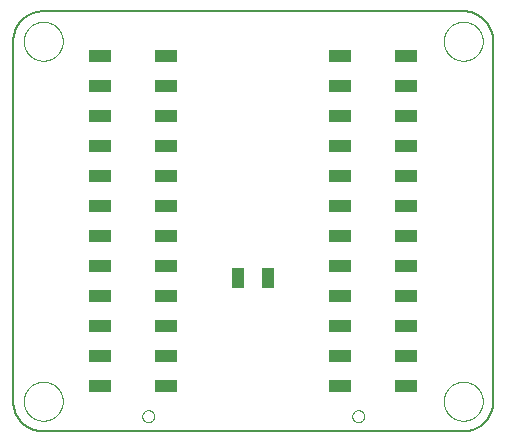
<source format=gbp>
G75*
%MOIN*%
%OFA0B0*%
%FSLAX25Y25*%
%IPPOS*%
%LPD*%
%AMOC8*
5,1,8,0,0,1.08239X$1,22.5*
%
%ADD10C,0.00800*%
%ADD11R,0.04000X0.07000*%
%ADD12C,0.00000*%
%ADD13R,0.07200X0.03900*%
D10*
X0010000Y0000000D02*
X0150000Y0000000D01*
X0150242Y0000003D01*
X0150483Y0000012D01*
X0150724Y0000026D01*
X0150965Y0000047D01*
X0151205Y0000073D01*
X0151445Y0000105D01*
X0151684Y0000143D01*
X0151921Y0000186D01*
X0152158Y0000236D01*
X0152393Y0000291D01*
X0152627Y0000351D01*
X0152859Y0000418D01*
X0153090Y0000489D01*
X0153319Y0000567D01*
X0153546Y0000650D01*
X0153771Y0000738D01*
X0153994Y0000832D01*
X0154214Y0000931D01*
X0154432Y0001036D01*
X0154647Y0001145D01*
X0154860Y0001260D01*
X0155070Y0001380D01*
X0155276Y0001505D01*
X0155480Y0001635D01*
X0155681Y0001770D01*
X0155878Y0001910D01*
X0156072Y0002054D01*
X0156262Y0002203D01*
X0156448Y0002357D01*
X0156631Y0002515D01*
X0156810Y0002677D01*
X0156985Y0002844D01*
X0157156Y0003015D01*
X0157323Y0003190D01*
X0157485Y0003369D01*
X0157643Y0003552D01*
X0157797Y0003738D01*
X0157946Y0003928D01*
X0158090Y0004122D01*
X0158230Y0004319D01*
X0158365Y0004520D01*
X0158495Y0004724D01*
X0158620Y0004930D01*
X0158740Y0005140D01*
X0158855Y0005353D01*
X0158964Y0005568D01*
X0159069Y0005786D01*
X0159168Y0006006D01*
X0159262Y0006229D01*
X0159350Y0006454D01*
X0159433Y0006681D01*
X0159511Y0006910D01*
X0159582Y0007141D01*
X0159649Y0007373D01*
X0159709Y0007607D01*
X0159764Y0007842D01*
X0159814Y0008079D01*
X0159857Y0008316D01*
X0159895Y0008555D01*
X0159927Y0008795D01*
X0159953Y0009035D01*
X0159974Y0009276D01*
X0159988Y0009517D01*
X0159997Y0009758D01*
X0160000Y0010000D01*
X0160000Y0130000D01*
X0159997Y0130242D01*
X0159988Y0130483D01*
X0159974Y0130724D01*
X0159953Y0130965D01*
X0159927Y0131205D01*
X0159895Y0131445D01*
X0159857Y0131684D01*
X0159814Y0131921D01*
X0159764Y0132158D01*
X0159709Y0132393D01*
X0159649Y0132627D01*
X0159582Y0132859D01*
X0159511Y0133090D01*
X0159433Y0133319D01*
X0159350Y0133546D01*
X0159262Y0133771D01*
X0159168Y0133994D01*
X0159069Y0134214D01*
X0158964Y0134432D01*
X0158855Y0134647D01*
X0158740Y0134860D01*
X0158620Y0135070D01*
X0158495Y0135276D01*
X0158365Y0135480D01*
X0158230Y0135681D01*
X0158090Y0135878D01*
X0157946Y0136072D01*
X0157797Y0136262D01*
X0157643Y0136448D01*
X0157485Y0136631D01*
X0157323Y0136810D01*
X0157156Y0136985D01*
X0156985Y0137156D01*
X0156810Y0137323D01*
X0156631Y0137485D01*
X0156448Y0137643D01*
X0156262Y0137797D01*
X0156072Y0137946D01*
X0155878Y0138090D01*
X0155681Y0138230D01*
X0155480Y0138365D01*
X0155276Y0138495D01*
X0155070Y0138620D01*
X0154860Y0138740D01*
X0154647Y0138855D01*
X0154432Y0138964D01*
X0154214Y0139069D01*
X0153994Y0139168D01*
X0153771Y0139262D01*
X0153546Y0139350D01*
X0153319Y0139433D01*
X0153090Y0139511D01*
X0152859Y0139582D01*
X0152627Y0139649D01*
X0152393Y0139709D01*
X0152158Y0139764D01*
X0151921Y0139814D01*
X0151684Y0139857D01*
X0151445Y0139895D01*
X0151205Y0139927D01*
X0150965Y0139953D01*
X0150724Y0139974D01*
X0150483Y0139988D01*
X0150242Y0139997D01*
X0150000Y0140000D01*
X0010000Y0140000D01*
X0009758Y0139997D01*
X0009517Y0139988D01*
X0009276Y0139974D01*
X0009035Y0139953D01*
X0008795Y0139927D01*
X0008555Y0139895D01*
X0008316Y0139857D01*
X0008079Y0139814D01*
X0007842Y0139764D01*
X0007607Y0139709D01*
X0007373Y0139649D01*
X0007141Y0139582D01*
X0006910Y0139511D01*
X0006681Y0139433D01*
X0006454Y0139350D01*
X0006229Y0139262D01*
X0006006Y0139168D01*
X0005786Y0139069D01*
X0005568Y0138964D01*
X0005353Y0138855D01*
X0005140Y0138740D01*
X0004930Y0138620D01*
X0004724Y0138495D01*
X0004520Y0138365D01*
X0004319Y0138230D01*
X0004122Y0138090D01*
X0003928Y0137946D01*
X0003738Y0137797D01*
X0003552Y0137643D01*
X0003369Y0137485D01*
X0003190Y0137323D01*
X0003015Y0137156D01*
X0002844Y0136985D01*
X0002677Y0136810D01*
X0002515Y0136631D01*
X0002357Y0136448D01*
X0002203Y0136262D01*
X0002054Y0136072D01*
X0001910Y0135878D01*
X0001770Y0135681D01*
X0001635Y0135480D01*
X0001505Y0135276D01*
X0001380Y0135070D01*
X0001260Y0134860D01*
X0001145Y0134647D01*
X0001036Y0134432D01*
X0000931Y0134214D01*
X0000832Y0133994D01*
X0000738Y0133771D01*
X0000650Y0133546D01*
X0000567Y0133319D01*
X0000489Y0133090D01*
X0000418Y0132859D01*
X0000351Y0132627D01*
X0000291Y0132393D01*
X0000236Y0132158D01*
X0000186Y0131921D01*
X0000143Y0131684D01*
X0000105Y0131445D01*
X0000073Y0131205D01*
X0000047Y0130965D01*
X0000026Y0130724D01*
X0000012Y0130483D01*
X0000003Y0130242D01*
X0000000Y0130000D01*
X0000000Y0010000D01*
X0000003Y0009758D01*
X0000012Y0009517D01*
X0000026Y0009276D01*
X0000047Y0009035D01*
X0000073Y0008795D01*
X0000105Y0008555D01*
X0000143Y0008316D01*
X0000186Y0008079D01*
X0000236Y0007842D01*
X0000291Y0007607D01*
X0000351Y0007373D01*
X0000418Y0007141D01*
X0000489Y0006910D01*
X0000567Y0006681D01*
X0000650Y0006454D01*
X0000738Y0006229D01*
X0000832Y0006006D01*
X0000931Y0005786D01*
X0001036Y0005568D01*
X0001145Y0005353D01*
X0001260Y0005140D01*
X0001380Y0004930D01*
X0001505Y0004724D01*
X0001635Y0004520D01*
X0001770Y0004319D01*
X0001910Y0004122D01*
X0002054Y0003928D01*
X0002203Y0003738D01*
X0002357Y0003552D01*
X0002515Y0003369D01*
X0002677Y0003190D01*
X0002844Y0003015D01*
X0003015Y0002844D01*
X0003190Y0002677D01*
X0003369Y0002515D01*
X0003552Y0002357D01*
X0003738Y0002203D01*
X0003928Y0002054D01*
X0004122Y0001910D01*
X0004319Y0001770D01*
X0004520Y0001635D01*
X0004724Y0001505D01*
X0004930Y0001380D01*
X0005140Y0001260D01*
X0005353Y0001145D01*
X0005568Y0001036D01*
X0005786Y0000931D01*
X0006006Y0000832D01*
X0006229Y0000738D01*
X0006454Y0000650D01*
X0006681Y0000567D01*
X0006910Y0000489D01*
X0007141Y0000418D01*
X0007373Y0000351D01*
X0007607Y0000291D01*
X0007842Y0000236D01*
X0008079Y0000186D01*
X0008316Y0000143D01*
X0008555Y0000105D01*
X0008795Y0000073D01*
X0009035Y0000047D01*
X0009276Y0000026D01*
X0009517Y0000012D01*
X0009758Y0000003D01*
X0010000Y0000000D01*
D11*
X0075000Y0051000D03*
X0085000Y0051000D03*
D12*
X0113000Y0005000D02*
X0113002Y0005089D01*
X0113008Y0005178D01*
X0113018Y0005267D01*
X0113032Y0005355D01*
X0113049Y0005442D01*
X0113071Y0005528D01*
X0113097Y0005614D01*
X0113126Y0005698D01*
X0113159Y0005781D01*
X0113195Y0005862D01*
X0113236Y0005942D01*
X0113279Y0006019D01*
X0113326Y0006095D01*
X0113377Y0006168D01*
X0113430Y0006239D01*
X0113487Y0006308D01*
X0113547Y0006374D01*
X0113610Y0006438D01*
X0113675Y0006498D01*
X0113743Y0006556D01*
X0113814Y0006610D01*
X0113887Y0006661D01*
X0113962Y0006709D01*
X0114039Y0006754D01*
X0114118Y0006795D01*
X0114199Y0006832D01*
X0114281Y0006866D01*
X0114365Y0006897D01*
X0114450Y0006923D01*
X0114536Y0006946D01*
X0114623Y0006964D01*
X0114711Y0006979D01*
X0114800Y0006990D01*
X0114889Y0006997D01*
X0114978Y0007000D01*
X0115067Y0006999D01*
X0115156Y0006994D01*
X0115244Y0006985D01*
X0115333Y0006972D01*
X0115420Y0006955D01*
X0115507Y0006935D01*
X0115593Y0006910D01*
X0115677Y0006882D01*
X0115760Y0006850D01*
X0115842Y0006814D01*
X0115922Y0006775D01*
X0116000Y0006732D01*
X0116076Y0006686D01*
X0116150Y0006636D01*
X0116222Y0006583D01*
X0116291Y0006527D01*
X0116358Y0006468D01*
X0116422Y0006406D01*
X0116483Y0006342D01*
X0116542Y0006274D01*
X0116597Y0006204D01*
X0116649Y0006132D01*
X0116698Y0006057D01*
X0116743Y0005981D01*
X0116785Y0005902D01*
X0116823Y0005822D01*
X0116858Y0005740D01*
X0116889Y0005656D01*
X0116917Y0005571D01*
X0116940Y0005485D01*
X0116960Y0005398D01*
X0116976Y0005311D01*
X0116988Y0005222D01*
X0116996Y0005134D01*
X0117000Y0005045D01*
X0117000Y0004955D01*
X0116996Y0004866D01*
X0116988Y0004778D01*
X0116976Y0004689D01*
X0116960Y0004602D01*
X0116940Y0004515D01*
X0116917Y0004429D01*
X0116889Y0004344D01*
X0116858Y0004260D01*
X0116823Y0004178D01*
X0116785Y0004098D01*
X0116743Y0004019D01*
X0116698Y0003943D01*
X0116649Y0003868D01*
X0116597Y0003796D01*
X0116542Y0003726D01*
X0116483Y0003658D01*
X0116422Y0003594D01*
X0116358Y0003532D01*
X0116291Y0003473D01*
X0116222Y0003417D01*
X0116150Y0003364D01*
X0116076Y0003314D01*
X0116000Y0003268D01*
X0115922Y0003225D01*
X0115842Y0003186D01*
X0115760Y0003150D01*
X0115677Y0003118D01*
X0115593Y0003090D01*
X0115507Y0003065D01*
X0115420Y0003045D01*
X0115333Y0003028D01*
X0115244Y0003015D01*
X0115156Y0003006D01*
X0115067Y0003001D01*
X0114978Y0003000D01*
X0114889Y0003003D01*
X0114800Y0003010D01*
X0114711Y0003021D01*
X0114623Y0003036D01*
X0114536Y0003054D01*
X0114450Y0003077D01*
X0114365Y0003103D01*
X0114281Y0003134D01*
X0114199Y0003168D01*
X0114118Y0003205D01*
X0114039Y0003246D01*
X0113962Y0003291D01*
X0113887Y0003339D01*
X0113814Y0003390D01*
X0113743Y0003444D01*
X0113675Y0003502D01*
X0113610Y0003562D01*
X0113547Y0003626D01*
X0113487Y0003692D01*
X0113430Y0003761D01*
X0113377Y0003832D01*
X0113326Y0003905D01*
X0113279Y0003981D01*
X0113236Y0004058D01*
X0113195Y0004138D01*
X0113159Y0004219D01*
X0113126Y0004302D01*
X0113097Y0004386D01*
X0113071Y0004472D01*
X0113049Y0004558D01*
X0113032Y0004645D01*
X0113018Y0004733D01*
X0113008Y0004822D01*
X0113002Y0004911D01*
X0113000Y0005000D01*
X0143500Y0010000D02*
X0143502Y0010161D01*
X0143508Y0010321D01*
X0143518Y0010482D01*
X0143532Y0010642D01*
X0143550Y0010802D01*
X0143571Y0010961D01*
X0143597Y0011120D01*
X0143627Y0011278D01*
X0143660Y0011435D01*
X0143698Y0011592D01*
X0143739Y0011747D01*
X0143784Y0011901D01*
X0143833Y0012054D01*
X0143886Y0012206D01*
X0143942Y0012357D01*
X0144003Y0012506D01*
X0144066Y0012654D01*
X0144134Y0012800D01*
X0144205Y0012944D01*
X0144279Y0013086D01*
X0144357Y0013227D01*
X0144439Y0013365D01*
X0144524Y0013502D01*
X0144612Y0013636D01*
X0144704Y0013768D01*
X0144799Y0013898D01*
X0144897Y0014026D01*
X0144998Y0014151D01*
X0145102Y0014273D01*
X0145209Y0014393D01*
X0145319Y0014510D01*
X0145432Y0014625D01*
X0145548Y0014736D01*
X0145667Y0014845D01*
X0145788Y0014950D01*
X0145912Y0015053D01*
X0146038Y0015153D01*
X0146166Y0015249D01*
X0146297Y0015342D01*
X0146431Y0015432D01*
X0146566Y0015519D01*
X0146704Y0015602D01*
X0146843Y0015682D01*
X0146985Y0015758D01*
X0147128Y0015831D01*
X0147273Y0015900D01*
X0147420Y0015966D01*
X0147568Y0016028D01*
X0147718Y0016086D01*
X0147869Y0016141D01*
X0148022Y0016192D01*
X0148176Y0016239D01*
X0148331Y0016282D01*
X0148487Y0016321D01*
X0148643Y0016357D01*
X0148801Y0016388D01*
X0148959Y0016416D01*
X0149118Y0016440D01*
X0149278Y0016460D01*
X0149438Y0016476D01*
X0149598Y0016488D01*
X0149759Y0016496D01*
X0149920Y0016500D01*
X0150080Y0016500D01*
X0150241Y0016496D01*
X0150402Y0016488D01*
X0150562Y0016476D01*
X0150722Y0016460D01*
X0150882Y0016440D01*
X0151041Y0016416D01*
X0151199Y0016388D01*
X0151357Y0016357D01*
X0151513Y0016321D01*
X0151669Y0016282D01*
X0151824Y0016239D01*
X0151978Y0016192D01*
X0152131Y0016141D01*
X0152282Y0016086D01*
X0152432Y0016028D01*
X0152580Y0015966D01*
X0152727Y0015900D01*
X0152872Y0015831D01*
X0153015Y0015758D01*
X0153157Y0015682D01*
X0153296Y0015602D01*
X0153434Y0015519D01*
X0153569Y0015432D01*
X0153703Y0015342D01*
X0153834Y0015249D01*
X0153962Y0015153D01*
X0154088Y0015053D01*
X0154212Y0014950D01*
X0154333Y0014845D01*
X0154452Y0014736D01*
X0154568Y0014625D01*
X0154681Y0014510D01*
X0154791Y0014393D01*
X0154898Y0014273D01*
X0155002Y0014151D01*
X0155103Y0014026D01*
X0155201Y0013898D01*
X0155296Y0013768D01*
X0155388Y0013636D01*
X0155476Y0013502D01*
X0155561Y0013365D01*
X0155643Y0013227D01*
X0155721Y0013086D01*
X0155795Y0012944D01*
X0155866Y0012800D01*
X0155934Y0012654D01*
X0155997Y0012506D01*
X0156058Y0012357D01*
X0156114Y0012206D01*
X0156167Y0012054D01*
X0156216Y0011901D01*
X0156261Y0011747D01*
X0156302Y0011592D01*
X0156340Y0011435D01*
X0156373Y0011278D01*
X0156403Y0011120D01*
X0156429Y0010961D01*
X0156450Y0010802D01*
X0156468Y0010642D01*
X0156482Y0010482D01*
X0156492Y0010321D01*
X0156498Y0010161D01*
X0156500Y0010000D01*
X0156498Y0009839D01*
X0156492Y0009679D01*
X0156482Y0009518D01*
X0156468Y0009358D01*
X0156450Y0009198D01*
X0156429Y0009039D01*
X0156403Y0008880D01*
X0156373Y0008722D01*
X0156340Y0008565D01*
X0156302Y0008408D01*
X0156261Y0008253D01*
X0156216Y0008099D01*
X0156167Y0007946D01*
X0156114Y0007794D01*
X0156058Y0007643D01*
X0155997Y0007494D01*
X0155934Y0007346D01*
X0155866Y0007200D01*
X0155795Y0007056D01*
X0155721Y0006914D01*
X0155643Y0006773D01*
X0155561Y0006635D01*
X0155476Y0006498D01*
X0155388Y0006364D01*
X0155296Y0006232D01*
X0155201Y0006102D01*
X0155103Y0005974D01*
X0155002Y0005849D01*
X0154898Y0005727D01*
X0154791Y0005607D01*
X0154681Y0005490D01*
X0154568Y0005375D01*
X0154452Y0005264D01*
X0154333Y0005155D01*
X0154212Y0005050D01*
X0154088Y0004947D01*
X0153962Y0004847D01*
X0153834Y0004751D01*
X0153703Y0004658D01*
X0153569Y0004568D01*
X0153434Y0004481D01*
X0153296Y0004398D01*
X0153157Y0004318D01*
X0153015Y0004242D01*
X0152872Y0004169D01*
X0152727Y0004100D01*
X0152580Y0004034D01*
X0152432Y0003972D01*
X0152282Y0003914D01*
X0152131Y0003859D01*
X0151978Y0003808D01*
X0151824Y0003761D01*
X0151669Y0003718D01*
X0151513Y0003679D01*
X0151357Y0003643D01*
X0151199Y0003612D01*
X0151041Y0003584D01*
X0150882Y0003560D01*
X0150722Y0003540D01*
X0150562Y0003524D01*
X0150402Y0003512D01*
X0150241Y0003504D01*
X0150080Y0003500D01*
X0149920Y0003500D01*
X0149759Y0003504D01*
X0149598Y0003512D01*
X0149438Y0003524D01*
X0149278Y0003540D01*
X0149118Y0003560D01*
X0148959Y0003584D01*
X0148801Y0003612D01*
X0148643Y0003643D01*
X0148487Y0003679D01*
X0148331Y0003718D01*
X0148176Y0003761D01*
X0148022Y0003808D01*
X0147869Y0003859D01*
X0147718Y0003914D01*
X0147568Y0003972D01*
X0147420Y0004034D01*
X0147273Y0004100D01*
X0147128Y0004169D01*
X0146985Y0004242D01*
X0146843Y0004318D01*
X0146704Y0004398D01*
X0146566Y0004481D01*
X0146431Y0004568D01*
X0146297Y0004658D01*
X0146166Y0004751D01*
X0146038Y0004847D01*
X0145912Y0004947D01*
X0145788Y0005050D01*
X0145667Y0005155D01*
X0145548Y0005264D01*
X0145432Y0005375D01*
X0145319Y0005490D01*
X0145209Y0005607D01*
X0145102Y0005727D01*
X0144998Y0005849D01*
X0144897Y0005974D01*
X0144799Y0006102D01*
X0144704Y0006232D01*
X0144612Y0006364D01*
X0144524Y0006498D01*
X0144439Y0006635D01*
X0144357Y0006773D01*
X0144279Y0006914D01*
X0144205Y0007056D01*
X0144134Y0007200D01*
X0144066Y0007346D01*
X0144003Y0007494D01*
X0143942Y0007643D01*
X0143886Y0007794D01*
X0143833Y0007946D01*
X0143784Y0008099D01*
X0143739Y0008253D01*
X0143698Y0008408D01*
X0143660Y0008565D01*
X0143627Y0008722D01*
X0143597Y0008880D01*
X0143571Y0009039D01*
X0143550Y0009198D01*
X0143532Y0009358D01*
X0143518Y0009518D01*
X0143508Y0009679D01*
X0143502Y0009839D01*
X0143500Y0010000D01*
X0043000Y0005000D02*
X0043002Y0005089D01*
X0043008Y0005178D01*
X0043018Y0005267D01*
X0043032Y0005355D01*
X0043049Y0005442D01*
X0043071Y0005528D01*
X0043097Y0005614D01*
X0043126Y0005698D01*
X0043159Y0005781D01*
X0043195Y0005862D01*
X0043236Y0005942D01*
X0043279Y0006019D01*
X0043326Y0006095D01*
X0043377Y0006168D01*
X0043430Y0006239D01*
X0043487Y0006308D01*
X0043547Y0006374D01*
X0043610Y0006438D01*
X0043675Y0006498D01*
X0043743Y0006556D01*
X0043814Y0006610D01*
X0043887Y0006661D01*
X0043962Y0006709D01*
X0044039Y0006754D01*
X0044118Y0006795D01*
X0044199Y0006832D01*
X0044281Y0006866D01*
X0044365Y0006897D01*
X0044450Y0006923D01*
X0044536Y0006946D01*
X0044623Y0006964D01*
X0044711Y0006979D01*
X0044800Y0006990D01*
X0044889Y0006997D01*
X0044978Y0007000D01*
X0045067Y0006999D01*
X0045156Y0006994D01*
X0045244Y0006985D01*
X0045333Y0006972D01*
X0045420Y0006955D01*
X0045507Y0006935D01*
X0045593Y0006910D01*
X0045677Y0006882D01*
X0045760Y0006850D01*
X0045842Y0006814D01*
X0045922Y0006775D01*
X0046000Y0006732D01*
X0046076Y0006686D01*
X0046150Y0006636D01*
X0046222Y0006583D01*
X0046291Y0006527D01*
X0046358Y0006468D01*
X0046422Y0006406D01*
X0046483Y0006342D01*
X0046542Y0006274D01*
X0046597Y0006204D01*
X0046649Y0006132D01*
X0046698Y0006057D01*
X0046743Y0005981D01*
X0046785Y0005902D01*
X0046823Y0005822D01*
X0046858Y0005740D01*
X0046889Y0005656D01*
X0046917Y0005571D01*
X0046940Y0005485D01*
X0046960Y0005398D01*
X0046976Y0005311D01*
X0046988Y0005222D01*
X0046996Y0005134D01*
X0047000Y0005045D01*
X0047000Y0004955D01*
X0046996Y0004866D01*
X0046988Y0004778D01*
X0046976Y0004689D01*
X0046960Y0004602D01*
X0046940Y0004515D01*
X0046917Y0004429D01*
X0046889Y0004344D01*
X0046858Y0004260D01*
X0046823Y0004178D01*
X0046785Y0004098D01*
X0046743Y0004019D01*
X0046698Y0003943D01*
X0046649Y0003868D01*
X0046597Y0003796D01*
X0046542Y0003726D01*
X0046483Y0003658D01*
X0046422Y0003594D01*
X0046358Y0003532D01*
X0046291Y0003473D01*
X0046222Y0003417D01*
X0046150Y0003364D01*
X0046076Y0003314D01*
X0046000Y0003268D01*
X0045922Y0003225D01*
X0045842Y0003186D01*
X0045760Y0003150D01*
X0045677Y0003118D01*
X0045593Y0003090D01*
X0045507Y0003065D01*
X0045420Y0003045D01*
X0045333Y0003028D01*
X0045244Y0003015D01*
X0045156Y0003006D01*
X0045067Y0003001D01*
X0044978Y0003000D01*
X0044889Y0003003D01*
X0044800Y0003010D01*
X0044711Y0003021D01*
X0044623Y0003036D01*
X0044536Y0003054D01*
X0044450Y0003077D01*
X0044365Y0003103D01*
X0044281Y0003134D01*
X0044199Y0003168D01*
X0044118Y0003205D01*
X0044039Y0003246D01*
X0043962Y0003291D01*
X0043887Y0003339D01*
X0043814Y0003390D01*
X0043743Y0003444D01*
X0043675Y0003502D01*
X0043610Y0003562D01*
X0043547Y0003626D01*
X0043487Y0003692D01*
X0043430Y0003761D01*
X0043377Y0003832D01*
X0043326Y0003905D01*
X0043279Y0003981D01*
X0043236Y0004058D01*
X0043195Y0004138D01*
X0043159Y0004219D01*
X0043126Y0004302D01*
X0043097Y0004386D01*
X0043071Y0004472D01*
X0043049Y0004558D01*
X0043032Y0004645D01*
X0043018Y0004733D01*
X0043008Y0004822D01*
X0043002Y0004911D01*
X0043000Y0005000D01*
X0003500Y0010000D02*
X0003502Y0010161D01*
X0003508Y0010321D01*
X0003518Y0010482D01*
X0003532Y0010642D01*
X0003550Y0010802D01*
X0003571Y0010961D01*
X0003597Y0011120D01*
X0003627Y0011278D01*
X0003660Y0011435D01*
X0003698Y0011592D01*
X0003739Y0011747D01*
X0003784Y0011901D01*
X0003833Y0012054D01*
X0003886Y0012206D01*
X0003942Y0012357D01*
X0004003Y0012506D01*
X0004066Y0012654D01*
X0004134Y0012800D01*
X0004205Y0012944D01*
X0004279Y0013086D01*
X0004357Y0013227D01*
X0004439Y0013365D01*
X0004524Y0013502D01*
X0004612Y0013636D01*
X0004704Y0013768D01*
X0004799Y0013898D01*
X0004897Y0014026D01*
X0004998Y0014151D01*
X0005102Y0014273D01*
X0005209Y0014393D01*
X0005319Y0014510D01*
X0005432Y0014625D01*
X0005548Y0014736D01*
X0005667Y0014845D01*
X0005788Y0014950D01*
X0005912Y0015053D01*
X0006038Y0015153D01*
X0006166Y0015249D01*
X0006297Y0015342D01*
X0006431Y0015432D01*
X0006566Y0015519D01*
X0006704Y0015602D01*
X0006843Y0015682D01*
X0006985Y0015758D01*
X0007128Y0015831D01*
X0007273Y0015900D01*
X0007420Y0015966D01*
X0007568Y0016028D01*
X0007718Y0016086D01*
X0007869Y0016141D01*
X0008022Y0016192D01*
X0008176Y0016239D01*
X0008331Y0016282D01*
X0008487Y0016321D01*
X0008643Y0016357D01*
X0008801Y0016388D01*
X0008959Y0016416D01*
X0009118Y0016440D01*
X0009278Y0016460D01*
X0009438Y0016476D01*
X0009598Y0016488D01*
X0009759Y0016496D01*
X0009920Y0016500D01*
X0010080Y0016500D01*
X0010241Y0016496D01*
X0010402Y0016488D01*
X0010562Y0016476D01*
X0010722Y0016460D01*
X0010882Y0016440D01*
X0011041Y0016416D01*
X0011199Y0016388D01*
X0011357Y0016357D01*
X0011513Y0016321D01*
X0011669Y0016282D01*
X0011824Y0016239D01*
X0011978Y0016192D01*
X0012131Y0016141D01*
X0012282Y0016086D01*
X0012432Y0016028D01*
X0012580Y0015966D01*
X0012727Y0015900D01*
X0012872Y0015831D01*
X0013015Y0015758D01*
X0013157Y0015682D01*
X0013296Y0015602D01*
X0013434Y0015519D01*
X0013569Y0015432D01*
X0013703Y0015342D01*
X0013834Y0015249D01*
X0013962Y0015153D01*
X0014088Y0015053D01*
X0014212Y0014950D01*
X0014333Y0014845D01*
X0014452Y0014736D01*
X0014568Y0014625D01*
X0014681Y0014510D01*
X0014791Y0014393D01*
X0014898Y0014273D01*
X0015002Y0014151D01*
X0015103Y0014026D01*
X0015201Y0013898D01*
X0015296Y0013768D01*
X0015388Y0013636D01*
X0015476Y0013502D01*
X0015561Y0013365D01*
X0015643Y0013227D01*
X0015721Y0013086D01*
X0015795Y0012944D01*
X0015866Y0012800D01*
X0015934Y0012654D01*
X0015997Y0012506D01*
X0016058Y0012357D01*
X0016114Y0012206D01*
X0016167Y0012054D01*
X0016216Y0011901D01*
X0016261Y0011747D01*
X0016302Y0011592D01*
X0016340Y0011435D01*
X0016373Y0011278D01*
X0016403Y0011120D01*
X0016429Y0010961D01*
X0016450Y0010802D01*
X0016468Y0010642D01*
X0016482Y0010482D01*
X0016492Y0010321D01*
X0016498Y0010161D01*
X0016500Y0010000D01*
X0016498Y0009839D01*
X0016492Y0009679D01*
X0016482Y0009518D01*
X0016468Y0009358D01*
X0016450Y0009198D01*
X0016429Y0009039D01*
X0016403Y0008880D01*
X0016373Y0008722D01*
X0016340Y0008565D01*
X0016302Y0008408D01*
X0016261Y0008253D01*
X0016216Y0008099D01*
X0016167Y0007946D01*
X0016114Y0007794D01*
X0016058Y0007643D01*
X0015997Y0007494D01*
X0015934Y0007346D01*
X0015866Y0007200D01*
X0015795Y0007056D01*
X0015721Y0006914D01*
X0015643Y0006773D01*
X0015561Y0006635D01*
X0015476Y0006498D01*
X0015388Y0006364D01*
X0015296Y0006232D01*
X0015201Y0006102D01*
X0015103Y0005974D01*
X0015002Y0005849D01*
X0014898Y0005727D01*
X0014791Y0005607D01*
X0014681Y0005490D01*
X0014568Y0005375D01*
X0014452Y0005264D01*
X0014333Y0005155D01*
X0014212Y0005050D01*
X0014088Y0004947D01*
X0013962Y0004847D01*
X0013834Y0004751D01*
X0013703Y0004658D01*
X0013569Y0004568D01*
X0013434Y0004481D01*
X0013296Y0004398D01*
X0013157Y0004318D01*
X0013015Y0004242D01*
X0012872Y0004169D01*
X0012727Y0004100D01*
X0012580Y0004034D01*
X0012432Y0003972D01*
X0012282Y0003914D01*
X0012131Y0003859D01*
X0011978Y0003808D01*
X0011824Y0003761D01*
X0011669Y0003718D01*
X0011513Y0003679D01*
X0011357Y0003643D01*
X0011199Y0003612D01*
X0011041Y0003584D01*
X0010882Y0003560D01*
X0010722Y0003540D01*
X0010562Y0003524D01*
X0010402Y0003512D01*
X0010241Y0003504D01*
X0010080Y0003500D01*
X0009920Y0003500D01*
X0009759Y0003504D01*
X0009598Y0003512D01*
X0009438Y0003524D01*
X0009278Y0003540D01*
X0009118Y0003560D01*
X0008959Y0003584D01*
X0008801Y0003612D01*
X0008643Y0003643D01*
X0008487Y0003679D01*
X0008331Y0003718D01*
X0008176Y0003761D01*
X0008022Y0003808D01*
X0007869Y0003859D01*
X0007718Y0003914D01*
X0007568Y0003972D01*
X0007420Y0004034D01*
X0007273Y0004100D01*
X0007128Y0004169D01*
X0006985Y0004242D01*
X0006843Y0004318D01*
X0006704Y0004398D01*
X0006566Y0004481D01*
X0006431Y0004568D01*
X0006297Y0004658D01*
X0006166Y0004751D01*
X0006038Y0004847D01*
X0005912Y0004947D01*
X0005788Y0005050D01*
X0005667Y0005155D01*
X0005548Y0005264D01*
X0005432Y0005375D01*
X0005319Y0005490D01*
X0005209Y0005607D01*
X0005102Y0005727D01*
X0004998Y0005849D01*
X0004897Y0005974D01*
X0004799Y0006102D01*
X0004704Y0006232D01*
X0004612Y0006364D01*
X0004524Y0006498D01*
X0004439Y0006635D01*
X0004357Y0006773D01*
X0004279Y0006914D01*
X0004205Y0007056D01*
X0004134Y0007200D01*
X0004066Y0007346D01*
X0004003Y0007494D01*
X0003942Y0007643D01*
X0003886Y0007794D01*
X0003833Y0007946D01*
X0003784Y0008099D01*
X0003739Y0008253D01*
X0003698Y0008408D01*
X0003660Y0008565D01*
X0003627Y0008722D01*
X0003597Y0008880D01*
X0003571Y0009039D01*
X0003550Y0009198D01*
X0003532Y0009358D01*
X0003518Y0009518D01*
X0003508Y0009679D01*
X0003502Y0009839D01*
X0003500Y0010000D01*
X0003500Y0130000D02*
X0003502Y0130161D01*
X0003508Y0130321D01*
X0003518Y0130482D01*
X0003532Y0130642D01*
X0003550Y0130802D01*
X0003571Y0130961D01*
X0003597Y0131120D01*
X0003627Y0131278D01*
X0003660Y0131435D01*
X0003698Y0131592D01*
X0003739Y0131747D01*
X0003784Y0131901D01*
X0003833Y0132054D01*
X0003886Y0132206D01*
X0003942Y0132357D01*
X0004003Y0132506D01*
X0004066Y0132654D01*
X0004134Y0132800D01*
X0004205Y0132944D01*
X0004279Y0133086D01*
X0004357Y0133227D01*
X0004439Y0133365D01*
X0004524Y0133502D01*
X0004612Y0133636D01*
X0004704Y0133768D01*
X0004799Y0133898D01*
X0004897Y0134026D01*
X0004998Y0134151D01*
X0005102Y0134273D01*
X0005209Y0134393D01*
X0005319Y0134510D01*
X0005432Y0134625D01*
X0005548Y0134736D01*
X0005667Y0134845D01*
X0005788Y0134950D01*
X0005912Y0135053D01*
X0006038Y0135153D01*
X0006166Y0135249D01*
X0006297Y0135342D01*
X0006431Y0135432D01*
X0006566Y0135519D01*
X0006704Y0135602D01*
X0006843Y0135682D01*
X0006985Y0135758D01*
X0007128Y0135831D01*
X0007273Y0135900D01*
X0007420Y0135966D01*
X0007568Y0136028D01*
X0007718Y0136086D01*
X0007869Y0136141D01*
X0008022Y0136192D01*
X0008176Y0136239D01*
X0008331Y0136282D01*
X0008487Y0136321D01*
X0008643Y0136357D01*
X0008801Y0136388D01*
X0008959Y0136416D01*
X0009118Y0136440D01*
X0009278Y0136460D01*
X0009438Y0136476D01*
X0009598Y0136488D01*
X0009759Y0136496D01*
X0009920Y0136500D01*
X0010080Y0136500D01*
X0010241Y0136496D01*
X0010402Y0136488D01*
X0010562Y0136476D01*
X0010722Y0136460D01*
X0010882Y0136440D01*
X0011041Y0136416D01*
X0011199Y0136388D01*
X0011357Y0136357D01*
X0011513Y0136321D01*
X0011669Y0136282D01*
X0011824Y0136239D01*
X0011978Y0136192D01*
X0012131Y0136141D01*
X0012282Y0136086D01*
X0012432Y0136028D01*
X0012580Y0135966D01*
X0012727Y0135900D01*
X0012872Y0135831D01*
X0013015Y0135758D01*
X0013157Y0135682D01*
X0013296Y0135602D01*
X0013434Y0135519D01*
X0013569Y0135432D01*
X0013703Y0135342D01*
X0013834Y0135249D01*
X0013962Y0135153D01*
X0014088Y0135053D01*
X0014212Y0134950D01*
X0014333Y0134845D01*
X0014452Y0134736D01*
X0014568Y0134625D01*
X0014681Y0134510D01*
X0014791Y0134393D01*
X0014898Y0134273D01*
X0015002Y0134151D01*
X0015103Y0134026D01*
X0015201Y0133898D01*
X0015296Y0133768D01*
X0015388Y0133636D01*
X0015476Y0133502D01*
X0015561Y0133365D01*
X0015643Y0133227D01*
X0015721Y0133086D01*
X0015795Y0132944D01*
X0015866Y0132800D01*
X0015934Y0132654D01*
X0015997Y0132506D01*
X0016058Y0132357D01*
X0016114Y0132206D01*
X0016167Y0132054D01*
X0016216Y0131901D01*
X0016261Y0131747D01*
X0016302Y0131592D01*
X0016340Y0131435D01*
X0016373Y0131278D01*
X0016403Y0131120D01*
X0016429Y0130961D01*
X0016450Y0130802D01*
X0016468Y0130642D01*
X0016482Y0130482D01*
X0016492Y0130321D01*
X0016498Y0130161D01*
X0016500Y0130000D01*
X0016498Y0129839D01*
X0016492Y0129679D01*
X0016482Y0129518D01*
X0016468Y0129358D01*
X0016450Y0129198D01*
X0016429Y0129039D01*
X0016403Y0128880D01*
X0016373Y0128722D01*
X0016340Y0128565D01*
X0016302Y0128408D01*
X0016261Y0128253D01*
X0016216Y0128099D01*
X0016167Y0127946D01*
X0016114Y0127794D01*
X0016058Y0127643D01*
X0015997Y0127494D01*
X0015934Y0127346D01*
X0015866Y0127200D01*
X0015795Y0127056D01*
X0015721Y0126914D01*
X0015643Y0126773D01*
X0015561Y0126635D01*
X0015476Y0126498D01*
X0015388Y0126364D01*
X0015296Y0126232D01*
X0015201Y0126102D01*
X0015103Y0125974D01*
X0015002Y0125849D01*
X0014898Y0125727D01*
X0014791Y0125607D01*
X0014681Y0125490D01*
X0014568Y0125375D01*
X0014452Y0125264D01*
X0014333Y0125155D01*
X0014212Y0125050D01*
X0014088Y0124947D01*
X0013962Y0124847D01*
X0013834Y0124751D01*
X0013703Y0124658D01*
X0013569Y0124568D01*
X0013434Y0124481D01*
X0013296Y0124398D01*
X0013157Y0124318D01*
X0013015Y0124242D01*
X0012872Y0124169D01*
X0012727Y0124100D01*
X0012580Y0124034D01*
X0012432Y0123972D01*
X0012282Y0123914D01*
X0012131Y0123859D01*
X0011978Y0123808D01*
X0011824Y0123761D01*
X0011669Y0123718D01*
X0011513Y0123679D01*
X0011357Y0123643D01*
X0011199Y0123612D01*
X0011041Y0123584D01*
X0010882Y0123560D01*
X0010722Y0123540D01*
X0010562Y0123524D01*
X0010402Y0123512D01*
X0010241Y0123504D01*
X0010080Y0123500D01*
X0009920Y0123500D01*
X0009759Y0123504D01*
X0009598Y0123512D01*
X0009438Y0123524D01*
X0009278Y0123540D01*
X0009118Y0123560D01*
X0008959Y0123584D01*
X0008801Y0123612D01*
X0008643Y0123643D01*
X0008487Y0123679D01*
X0008331Y0123718D01*
X0008176Y0123761D01*
X0008022Y0123808D01*
X0007869Y0123859D01*
X0007718Y0123914D01*
X0007568Y0123972D01*
X0007420Y0124034D01*
X0007273Y0124100D01*
X0007128Y0124169D01*
X0006985Y0124242D01*
X0006843Y0124318D01*
X0006704Y0124398D01*
X0006566Y0124481D01*
X0006431Y0124568D01*
X0006297Y0124658D01*
X0006166Y0124751D01*
X0006038Y0124847D01*
X0005912Y0124947D01*
X0005788Y0125050D01*
X0005667Y0125155D01*
X0005548Y0125264D01*
X0005432Y0125375D01*
X0005319Y0125490D01*
X0005209Y0125607D01*
X0005102Y0125727D01*
X0004998Y0125849D01*
X0004897Y0125974D01*
X0004799Y0126102D01*
X0004704Y0126232D01*
X0004612Y0126364D01*
X0004524Y0126498D01*
X0004439Y0126635D01*
X0004357Y0126773D01*
X0004279Y0126914D01*
X0004205Y0127056D01*
X0004134Y0127200D01*
X0004066Y0127346D01*
X0004003Y0127494D01*
X0003942Y0127643D01*
X0003886Y0127794D01*
X0003833Y0127946D01*
X0003784Y0128099D01*
X0003739Y0128253D01*
X0003698Y0128408D01*
X0003660Y0128565D01*
X0003627Y0128722D01*
X0003597Y0128880D01*
X0003571Y0129039D01*
X0003550Y0129198D01*
X0003532Y0129358D01*
X0003518Y0129518D01*
X0003508Y0129679D01*
X0003502Y0129839D01*
X0003500Y0130000D01*
X0143500Y0130000D02*
X0143502Y0130161D01*
X0143508Y0130321D01*
X0143518Y0130482D01*
X0143532Y0130642D01*
X0143550Y0130802D01*
X0143571Y0130961D01*
X0143597Y0131120D01*
X0143627Y0131278D01*
X0143660Y0131435D01*
X0143698Y0131592D01*
X0143739Y0131747D01*
X0143784Y0131901D01*
X0143833Y0132054D01*
X0143886Y0132206D01*
X0143942Y0132357D01*
X0144003Y0132506D01*
X0144066Y0132654D01*
X0144134Y0132800D01*
X0144205Y0132944D01*
X0144279Y0133086D01*
X0144357Y0133227D01*
X0144439Y0133365D01*
X0144524Y0133502D01*
X0144612Y0133636D01*
X0144704Y0133768D01*
X0144799Y0133898D01*
X0144897Y0134026D01*
X0144998Y0134151D01*
X0145102Y0134273D01*
X0145209Y0134393D01*
X0145319Y0134510D01*
X0145432Y0134625D01*
X0145548Y0134736D01*
X0145667Y0134845D01*
X0145788Y0134950D01*
X0145912Y0135053D01*
X0146038Y0135153D01*
X0146166Y0135249D01*
X0146297Y0135342D01*
X0146431Y0135432D01*
X0146566Y0135519D01*
X0146704Y0135602D01*
X0146843Y0135682D01*
X0146985Y0135758D01*
X0147128Y0135831D01*
X0147273Y0135900D01*
X0147420Y0135966D01*
X0147568Y0136028D01*
X0147718Y0136086D01*
X0147869Y0136141D01*
X0148022Y0136192D01*
X0148176Y0136239D01*
X0148331Y0136282D01*
X0148487Y0136321D01*
X0148643Y0136357D01*
X0148801Y0136388D01*
X0148959Y0136416D01*
X0149118Y0136440D01*
X0149278Y0136460D01*
X0149438Y0136476D01*
X0149598Y0136488D01*
X0149759Y0136496D01*
X0149920Y0136500D01*
X0150080Y0136500D01*
X0150241Y0136496D01*
X0150402Y0136488D01*
X0150562Y0136476D01*
X0150722Y0136460D01*
X0150882Y0136440D01*
X0151041Y0136416D01*
X0151199Y0136388D01*
X0151357Y0136357D01*
X0151513Y0136321D01*
X0151669Y0136282D01*
X0151824Y0136239D01*
X0151978Y0136192D01*
X0152131Y0136141D01*
X0152282Y0136086D01*
X0152432Y0136028D01*
X0152580Y0135966D01*
X0152727Y0135900D01*
X0152872Y0135831D01*
X0153015Y0135758D01*
X0153157Y0135682D01*
X0153296Y0135602D01*
X0153434Y0135519D01*
X0153569Y0135432D01*
X0153703Y0135342D01*
X0153834Y0135249D01*
X0153962Y0135153D01*
X0154088Y0135053D01*
X0154212Y0134950D01*
X0154333Y0134845D01*
X0154452Y0134736D01*
X0154568Y0134625D01*
X0154681Y0134510D01*
X0154791Y0134393D01*
X0154898Y0134273D01*
X0155002Y0134151D01*
X0155103Y0134026D01*
X0155201Y0133898D01*
X0155296Y0133768D01*
X0155388Y0133636D01*
X0155476Y0133502D01*
X0155561Y0133365D01*
X0155643Y0133227D01*
X0155721Y0133086D01*
X0155795Y0132944D01*
X0155866Y0132800D01*
X0155934Y0132654D01*
X0155997Y0132506D01*
X0156058Y0132357D01*
X0156114Y0132206D01*
X0156167Y0132054D01*
X0156216Y0131901D01*
X0156261Y0131747D01*
X0156302Y0131592D01*
X0156340Y0131435D01*
X0156373Y0131278D01*
X0156403Y0131120D01*
X0156429Y0130961D01*
X0156450Y0130802D01*
X0156468Y0130642D01*
X0156482Y0130482D01*
X0156492Y0130321D01*
X0156498Y0130161D01*
X0156500Y0130000D01*
X0156498Y0129839D01*
X0156492Y0129679D01*
X0156482Y0129518D01*
X0156468Y0129358D01*
X0156450Y0129198D01*
X0156429Y0129039D01*
X0156403Y0128880D01*
X0156373Y0128722D01*
X0156340Y0128565D01*
X0156302Y0128408D01*
X0156261Y0128253D01*
X0156216Y0128099D01*
X0156167Y0127946D01*
X0156114Y0127794D01*
X0156058Y0127643D01*
X0155997Y0127494D01*
X0155934Y0127346D01*
X0155866Y0127200D01*
X0155795Y0127056D01*
X0155721Y0126914D01*
X0155643Y0126773D01*
X0155561Y0126635D01*
X0155476Y0126498D01*
X0155388Y0126364D01*
X0155296Y0126232D01*
X0155201Y0126102D01*
X0155103Y0125974D01*
X0155002Y0125849D01*
X0154898Y0125727D01*
X0154791Y0125607D01*
X0154681Y0125490D01*
X0154568Y0125375D01*
X0154452Y0125264D01*
X0154333Y0125155D01*
X0154212Y0125050D01*
X0154088Y0124947D01*
X0153962Y0124847D01*
X0153834Y0124751D01*
X0153703Y0124658D01*
X0153569Y0124568D01*
X0153434Y0124481D01*
X0153296Y0124398D01*
X0153157Y0124318D01*
X0153015Y0124242D01*
X0152872Y0124169D01*
X0152727Y0124100D01*
X0152580Y0124034D01*
X0152432Y0123972D01*
X0152282Y0123914D01*
X0152131Y0123859D01*
X0151978Y0123808D01*
X0151824Y0123761D01*
X0151669Y0123718D01*
X0151513Y0123679D01*
X0151357Y0123643D01*
X0151199Y0123612D01*
X0151041Y0123584D01*
X0150882Y0123560D01*
X0150722Y0123540D01*
X0150562Y0123524D01*
X0150402Y0123512D01*
X0150241Y0123504D01*
X0150080Y0123500D01*
X0149920Y0123500D01*
X0149759Y0123504D01*
X0149598Y0123512D01*
X0149438Y0123524D01*
X0149278Y0123540D01*
X0149118Y0123560D01*
X0148959Y0123584D01*
X0148801Y0123612D01*
X0148643Y0123643D01*
X0148487Y0123679D01*
X0148331Y0123718D01*
X0148176Y0123761D01*
X0148022Y0123808D01*
X0147869Y0123859D01*
X0147718Y0123914D01*
X0147568Y0123972D01*
X0147420Y0124034D01*
X0147273Y0124100D01*
X0147128Y0124169D01*
X0146985Y0124242D01*
X0146843Y0124318D01*
X0146704Y0124398D01*
X0146566Y0124481D01*
X0146431Y0124568D01*
X0146297Y0124658D01*
X0146166Y0124751D01*
X0146038Y0124847D01*
X0145912Y0124947D01*
X0145788Y0125050D01*
X0145667Y0125155D01*
X0145548Y0125264D01*
X0145432Y0125375D01*
X0145319Y0125490D01*
X0145209Y0125607D01*
X0145102Y0125727D01*
X0144998Y0125849D01*
X0144897Y0125974D01*
X0144799Y0126102D01*
X0144704Y0126232D01*
X0144612Y0126364D01*
X0144524Y0126498D01*
X0144439Y0126635D01*
X0144357Y0126773D01*
X0144279Y0126914D01*
X0144205Y0127056D01*
X0144134Y0127200D01*
X0144066Y0127346D01*
X0144003Y0127494D01*
X0143942Y0127643D01*
X0143886Y0127794D01*
X0143833Y0127946D01*
X0143784Y0128099D01*
X0143739Y0128253D01*
X0143698Y0128408D01*
X0143660Y0128565D01*
X0143627Y0128722D01*
X0143597Y0128880D01*
X0143571Y0129039D01*
X0143550Y0129198D01*
X0143532Y0129358D01*
X0143518Y0129518D01*
X0143508Y0129679D01*
X0143502Y0129839D01*
X0143500Y0130000D01*
D13*
X0131000Y0125000D03*
X0131000Y0115000D03*
X0131000Y0105000D03*
X0131000Y0095000D03*
X0131000Y0085000D03*
X0131000Y0075000D03*
X0131000Y0065000D03*
X0131000Y0055000D03*
X0131000Y0045000D03*
X0131000Y0035000D03*
X0131000Y0025000D03*
X0131000Y0015000D03*
X0109000Y0015000D03*
X0109000Y0025000D03*
X0109000Y0035000D03*
X0109000Y0045000D03*
X0109000Y0055000D03*
X0109000Y0065000D03*
X0109000Y0075000D03*
X0109000Y0085000D03*
X0109000Y0095000D03*
X0109000Y0105000D03*
X0109000Y0115000D03*
X0109000Y0125000D03*
X0051000Y0125000D03*
X0051000Y0115000D03*
X0051000Y0105000D03*
X0051000Y0095000D03*
X0051000Y0085000D03*
X0051000Y0075000D03*
X0051000Y0065000D03*
X0051000Y0055000D03*
X0051000Y0045000D03*
X0051000Y0035000D03*
X0051000Y0025000D03*
X0051000Y0015000D03*
X0029000Y0015000D03*
X0029000Y0025000D03*
X0029000Y0035000D03*
X0029000Y0045000D03*
X0029000Y0055000D03*
X0029000Y0065000D03*
X0029000Y0075000D03*
X0029000Y0085000D03*
X0029000Y0095000D03*
X0029000Y0105000D03*
X0029000Y0115000D03*
X0029000Y0125000D03*
M02*

</source>
